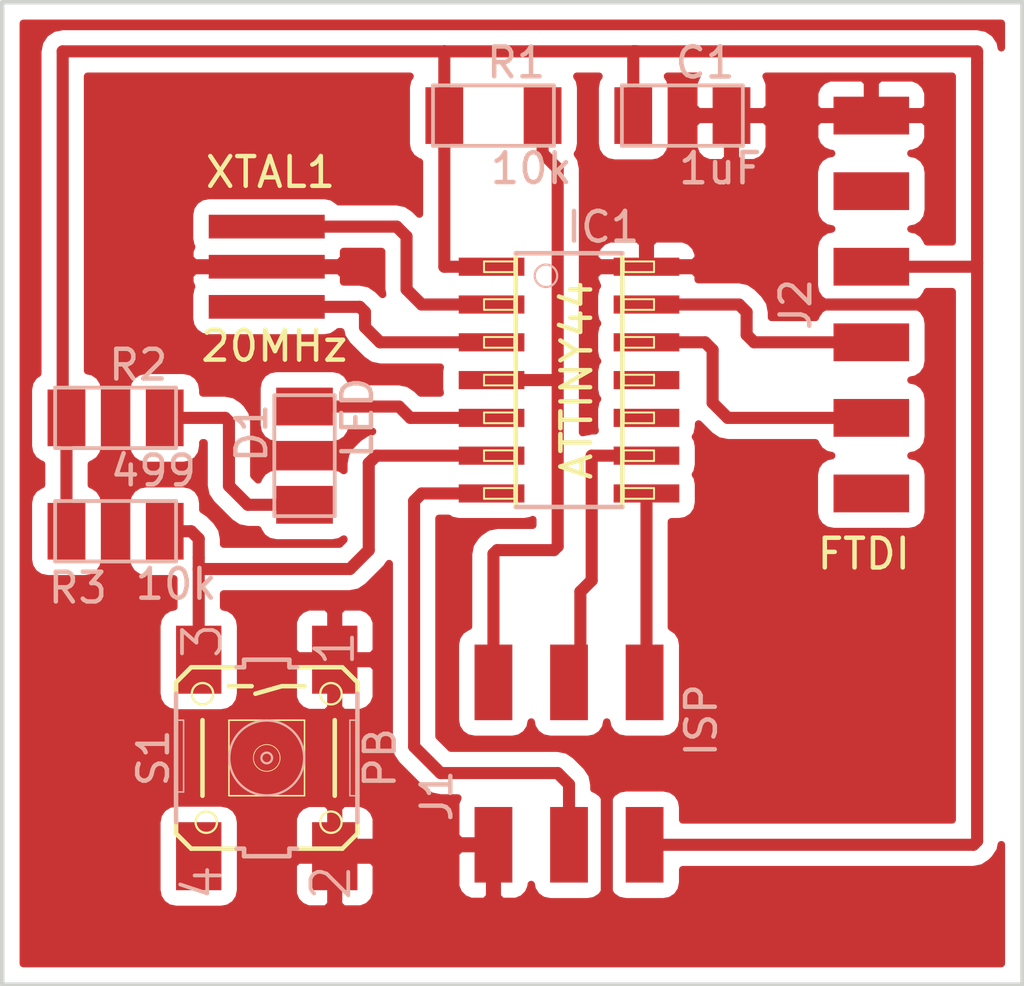
<source format=kicad_pcb>
(kicad_pcb (version 4) (host pcbnew 4.0.2-stable)

  (general
    (links 26)
    (no_connects 1)
    (area 151.054999 93.904999 185.495001 127.075001)
    (thickness 1.6)
    (drawings 4)
    (tracks 110)
    (zones 0)
    (modules 10)
    (nets 18)
  )

  (page A4)
  (layers
    (0 F.Cu signal)
    (31 B.Cu signal)
    (32 B.Adhes user)
    (33 F.Adhes user)
    (34 B.Paste user)
    (35 F.Paste user)
    (36 B.SilkS user)
    (37 F.SilkS user)
    (38 B.Mask user)
    (39 F.Mask user)
    (40 Dwgs.User user)
    (41 Cmts.User user)
    (42 Eco1.User user)
    (43 Eco2.User user)
    (44 Edge.Cuts user)
    (45 Margin user)
    (46 B.CrtYd user)
    (47 F.CrtYd user)
    (48 B.Fab user)
    (49 F.Fab user)
  )

  (setup
    (last_trace_width 0.4064)
    (user_trace_width 0.2032)
    (user_trace_width 0.3048)
    (user_trace_width 0.4064)
    (trace_clearance 0.2)
    (zone_clearance 0.508)
    (zone_45_only no)
    (trace_min 0.2)
    (segment_width 0.2)
    (edge_width 0.15)
    (via_size 0.6)
    (via_drill 0.4)
    (via_min_size 0.4)
    (via_min_drill 0.3)
    (uvia_size 0.3)
    (uvia_drill 0.1)
    (uvias_allowed no)
    (uvia_min_size 0.2)
    (uvia_min_drill 0.1)
    (pcb_text_width 0.3)
    (pcb_text_size 1.5 1.5)
    (mod_edge_width 0.15)
    (mod_text_size 1 1)
    (mod_text_width 0.15)
    (pad_size 1.524 1.524)
    (pad_drill 0.762)
    (pad_to_mask_clearance 0.2)
    (aux_axis_origin 0 0)
    (grid_origin 151.13 127)
    (visible_elements 7FFFFFFF)
    (pcbplotparams
      (layerselection 0x01020_00000001)
      (usegerberextensions false)
      (excludeedgelayer true)
      (linewidth 0.100000)
      (plotframeref false)
      (viasonmask false)
      (mode 1)
      (useauxorigin false)
      (hpglpennumber 1)
      (hpglpenspeed 20)
      (hpglpendiameter 15)
      (hpglpenoverlay 2)
      (psnegative false)
      (psa4output false)
      (plotreference true)
      (plotvalue true)
      (plotinvisibletext false)
      (padsonsilk false)
      (subtractmaskfromsilk false)
      (outputformat 1)
      (mirror false)
      (drillshape 0)
      (scaleselection 1)
      (outputdirectory C:/Users/chewlk/Documents/kicad/))
  )

  (net 0 "")
  (net 1 VCC)
  (net 2 GND)
  (net 3 "Net-(D1-Pad1)")
  (net 4 /LED)
  (net 5 "Net-(IC1-Pad2)")
  (net 6 "Net-(IC1-Pad3)")
  (net 7 /RST)
  (net 8 /PB)
  (net 9 /MOSI)
  (net 10 /MISO)
  (net 11 /SCK)
  (net 12 "Net-(IC1-Pad10)")
  (net 13 "Net-(IC1-Pad11)")
  (net 14 "Net-(IC1-Pad12)")
  (net 15 "Net-(IC1-Pad13)")
  (net 16 "Net-(J2-Pad2)")
  (net 17 "Net-(J2-Pad6)")

  (net_class Default "This is the default net class."
    (clearance 0.2)
    (trace_width 0.25)
    (via_dia 0.6)
    (via_drill 0.4)
    (uvia_dia 0.3)
    (uvia_drill 0.1)
    (add_net /LED)
    (add_net /MISO)
    (add_net /MOSI)
    (add_net /PB)
    (add_net /RST)
    (add_net /SCK)
    (add_net GND)
    (add_net "Net-(D1-Pad1)")
    (add_net "Net-(IC1-Pad10)")
    (add_net "Net-(IC1-Pad11)")
    (add_net "Net-(IC1-Pad12)")
    (add_net "Net-(IC1-Pad13)")
    (add_net "Net-(IC1-Pad2)")
    (add_net "Net-(IC1-Pad3)")
    (add_net "Net-(J2-Pad2)")
    (add_net "Net-(J2-Pad6)")
    (add_net VCC)
  )

  (module fab:fab-C1206FAB (layer F.Cu) (tedit 200000) (tstamp 56DBA11E)
    (at 173.99 97.79)
    (path /56DAF7A6)
    (attr smd)
    (fp_text reference C1 (at 0.762 -1.778) (layer B.SilkS)
      (effects (font (size 1.016 1.016) (thickness 0.1524)))
    )
    (fp_text value 1uF (at 1.27 1.778) (layer B.SilkS)
      (effects (font (size 1.016 1.016) (thickness 0.1524)))
    )
    (fp_line (start -2.032 -1.016) (end 2.032 -1.016) (layer B.SilkS) (width 0.127))
    (fp_line (start 2.032 -1.016) (end 2.032 1.016) (layer B.SilkS) (width 0.127))
    (fp_line (start 2.032 1.016) (end -2.032 1.016) (layer B.SilkS) (width 0.127))
    (fp_line (start -2.032 1.016) (end -2.032 -1.016) (layer B.SilkS) (width 0.127))
    (pad 1 smd rect (at -1.651 0) (size 1.27 1.905) (layers F.Cu F.Paste F.Mask)
      (net 1 VCC))
    (pad 2 smd rect (at 1.651 0) (size 1.27 1.905) (layers F.Cu F.Paste F.Mask)
      (net 2 GND))
  )

  (module fab:fab-LED1206FAB (layer F.Cu) (tedit 200000) (tstamp 56DBA124)
    (at 161.29 109.22 90)
    (descr "LED1206 FAB STYLE (SMALLER PADS TO ALLOW TRACE BETWEEN)")
    (tags "LED1206 FAB STYLE (SMALLER PADS TO ALLOW TRACE BETWEEN)")
    (path /56DB68F2)
    (attr smd)
    (fp_text reference D1 (at 0.762 -1.778 90) (layer B.SilkS)
      (effects (font (size 1 1) (thickness 0.15)))
    )
    (fp_text value LED (at 1.27 1.778 90) (layer B.SilkS)
      (effects (font (size 1 1) (thickness 0.15)))
    )
    (fp_line (start -2.032 -1.016) (end 2.032 -1.016) (layer B.SilkS) (width 0.127))
    (fp_line (start 2.032 -1.016) (end 2.032 1.016) (layer B.SilkS) (width 0.127))
    (fp_line (start 2.032 1.016) (end -2.032 1.016) (layer B.SilkS) (width 0.127))
    (fp_line (start -2.032 1.016) (end -2.032 -1.016) (layer B.SilkS) (width 0.127))
    (pad 1 smd rect (at -1.651 0 90) (size 1.27 1.905) (layers F.Cu F.Paste F.Mask)
      (net 3 "Net-(D1-Pad1)"))
    (pad 2 smd rect (at 1.651 0 90) (size 1.27 1.905) (layers F.Cu F.Paste F.Mask)
      (net 4 /LED))
  )

  (module fab:fab-SOIC14 (layer F.Cu) (tedit 56DB93CA) (tstamp 56DBA136)
    (at 170.18 106.68 270)
    (descr "SMALL OUTLINE PACKAGE")
    (tags "SMALL OUTLINE PACKAGE")
    (path /56DAF4BC)
    (attr smd)
    (fp_text reference IC1 (at -5.1435 -1.143 360) (layer B.SilkS)
      (effects (font (size 1 1) (thickness 0.15)))
    )
    (fp_text value ATTINY44 (at 0 -0.254 270) (layer F.SilkS)
      (effects (font (size 1 1) (thickness 0.15)))
    )
    (fp_line (start -3.9878 -1.8415) (end -3.62966 -1.8415) (layer F.SilkS) (width 0.06604))
    (fp_line (start -3.62966 -1.8415) (end -3.62966 -2.8575) (layer F.SilkS) (width 0.06604))
    (fp_line (start -3.9878 -2.8575) (end -3.62966 -2.8575) (layer F.SilkS) (width 0.06604))
    (fp_line (start -3.9878 -1.8415) (end -3.9878 -2.8575) (layer F.SilkS) (width 0.06604))
    (fp_line (start -2.7178 -1.8415) (end -2.3622 -1.8415) (layer F.SilkS) (width 0.06604))
    (fp_line (start -2.3622 -1.8415) (end -2.3622 -2.8575) (layer F.SilkS) (width 0.06604))
    (fp_line (start -2.7178 -2.8575) (end -2.3622 -2.8575) (layer F.SilkS) (width 0.06604))
    (fp_line (start -2.7178 -1.8415) (end -2.7178 -2.8575) (layer F.SilkS) (width 0.06604))
    (fp_line (start -1.4478 -1.8415) (end -1.08966 -1.8415) (layer F.SilkS) (width 0.06604))
    (fp_line (start -1.08966 -1.8415) (end -1.08966 -2.8575) (layer F.SilkS) (width 0.06604))
    (fp_line (start -1.4478 -2.8575) (end -1.08966 -2.8575) (layer F.SilkS) (width 0.06604))
    (fp_line (start -1.4478 -1.8415) (end -1.4478 -2.8575) (layer F.SilkS) (width 0.06604))
    (fp_line (start -0.1778 -1.8415) (end 0.1778 -1.8415) (layer F.SilkS) (width 0.06604))
    (fp_line (start 0.1778 -1.8415) (end 0.1778 -2.8575) (layer F.SilkS) (width 0.06604))
    (fp_line (start -0.1778 -2.8575) (end 0.1778 -2.8575) (layer F.SilkS) (width 0.06604))
    (fp_line (start -0.1778 -1.8415) (end -0.1778 -2.8575) (layer F.SilkS) (width 0.06604))
    (fp_line (start 1.08966 -1.8415) (end 1.4478 -1.8415) (layer F.SilkS) (width 0.06604))
    (fp_line (start 1.4478 -1.8415) (end 1.4478 -2.8575) (layer F.SilkS) (width 0.06604))
    (fp_line (start 1.08966 -2.8575) (end 1.4478 -2.8575) (layer F.SilkS) (width 0.06604))
    (fp_line (start 1.08966 -1.8415) (end 1.08966 -2.8575) (layer F.SilkS) (width 0.06604))
    (fp_line (start 2.3622 -1.8415) (end 2.7178 -1.8415) (layer F.SilkS) (width 0.06604))
    (fp_line (start 2.7178 -1.8415) (end 2.7178 -2.8575) (layer F.SilkS) (width 0.06604))
    (fp_line (start 2.3622 -2.8575) (end 2.7178 -2.8575) (layer F.SilkS) (width 0.06604))
    (fp_line (start 2.3622 -1.8415) (end 2.3622 -2.8575) (layer F.SilkS) (width 0.06604))
    (fp_line (start 3.62966 -1.8415) (end 3.9878 -1.8415) (layer F.SilkS) (width 0.06604))
    (fp_line (start 3.9878 -1.8415) (end 3.9878 -2.8575) (layer F.SilkS) (width 0.06604))
    (fp_line (start 3.62966 -2.8575) (end 3.9878 -2.8575) (layer F.SilkS) (width 0.06604))
    (fp_line (start 3.62966 -1.8415) (end 3.62966 -2.8575) (layer F.SilkS) (width 0.06604))
    (fp_line (start 3.62966 2.8575) (end 3.9878 2.8575) (layer F.SilkS) (width 0.06604))
    (fp_line (start 3.9878 2.8575) (end 3.9878 1.8415) (layer F.SilkS) (width 0.06604))
    (fp_line (start 3.62966 1.8415) (end 3.9878 1.8415) (layer F.SilkS) (width 0.06604))
    (fp_line (start 3.62966 2.8575) (end 3.62966 1.8415) (layer F.SilkS) (width 0.06604))
    (fp_line (start 2.3622 2.8575) (end 2.7178 2.8575) (layer F.SilkS) (width 0.06604))
    (fp_line (start 2.7178 2.8575) (end 2.7178 1.8415) (layer F.SilkS) (width 0.06604))
    (fp_line (start 2.3622 1.8415) (end 2.7178 1.8415) (layer F.SilkS) (width 0.06604))
    (fp_line (start 2.3622 2.8575) (end 2.3622 1.8415) (layer F.SilkS) (width 0.06604))
    (fp_line (start 1.08966 2.8575) (end 1.4478 2.8575) (layer F.SilkS) (width 0.06604))
    (fp_line (start 1.4478 2.8575) (end 1.4478 1.8415) (layer F.SilkS) (width 0.06604))
    (fp_line (start 1.08966 1.8415) (end 1.4478 1.8415) (layer F.SilkS) (width 0.06604))
    (fp_line (start 1.08966 2.8575) (end 1.08966 1.8415) (layer F.SilkS) (width 0.06604))
    (fp_line (start -0.1778 2.8575) (end 0.1778 2.8575) (layer F.SilkS) (width 0.06604))
    (fp_line (start 0.1778 2.8575) (end 0.1778 1.8415) (layer F.SilkS) (width 0.06604))
    (fp_line (start -0.1778 1.8415) (end 0.1778 1.8415) (layer F.SilkS) (width 0.06604))
    (fp_line (start -0.1778 2.8575) (end -0.1778 1.8415) (layer F.SilkS) (width 0.06604))
    (fp_line (start -1.4478 2.8575) (end -1.08966 2.8575) (layer F.SilkS) (width 0.06604))
    (fp_line (start -1.08966 2.8575) (end -1.08966 1.8415) (layer F.SilkS) (width 0.06604))
    (fp_line (start -1.4478 1.8415) (end -1.08966 1.8415) (layer F.SilkS) (width 0.06604))
    (fp_line (start -1.4478 2.8575) (end -1.4478 1.8415) (layer F.SilkS) (width 0.06604))
    (fp_line (start -2.7178 2.8575) (end -2.3622 2.8575) (layer F.SilkS) (width 0.06604))
    (fp_line (start -2.3622 2.8575) (end -2.3622 1.8415) (layer F.SilkS) (width 0.06604))
    (fp_line (start -2.7178 1.8415) (end -2.3622 1.8415) (layer F.SilkS) (width 0.06604))
    (fp_line (start -2.7178 2.8575) (end -2.7178 1.8415) (layer F.SilkS) (width 0.06604))
    (fp_line (start -3.9878 2.8575) (end -3.62966 2.8575) (layer F.SilkS) (width 0.06604))
    (fp_line (start -3.62966 2.8575) (end -3.62966 1.8415) (layer F.SilkS) (width 0.06604))
    (fp_line (start -3.9878 1.8415) (end -3.62966 1.8415) (layer F.SilkS) (width 0.06604))
    (fp_line (start -3.9878 2.8575) (end -3.9878 1.8415) (layer F.SilkS) (width 0.06604))
    (fp_line (start -4.26466 1.7907) (end 4.26466 1.7907) (layer F.SilkS) (width 0.1524))
    (fp_line (start 4.26466 1.7907) (end 4.26466 -1.7907) (layer B.SilkS) (width 0.1524))
    (fp_line (start 4.26466 -1.7907) (end -4.26466 -1.7907) (layer F.SilkS) (width 0.1524))
    (fp_line (start -4.26466 -1.7907) (end -4.26466 1.7907) (layer B.SilkS) (width 0.1524))
    (fp_circle (center -3.5052 0.7747) (end -3.7719 1.0414) (layer B.SilkS) (width 0.0762))
    (pad 1 smd rect (at -3.81 2.6035 270) (size 0.6096 2.20726) (layers F.Cu F.Paste F.Mask)
      (net 1 VCC))
    (pad 2 smd rect (at -2.54 2.6035 270) (size 0.6096 2.20726) (layers F.Cu F.Paste F.Mask)
      (net 5 "Net-(IC1-Pad2)"))
    (pad 3 smd rect (at -1.27 2.6035 270) (size 0.6096 2.20726) (layers F.Cu F.Paste F.Mask)
      (net 6 "Net-(IC1-Pad3)"))
    (pad 4 smd rect (at 0 2.6035 270) (size 0.6096 2.20726) (layers F.Cu F.Paste F.Mask)
      (net 7 /RST))
    (pad 5 smd rect (at 1.27 2.6035 270) (size 0.6096 2.20726) (layers F.Cu F.Paste F.Mask)
      (net 4 /LED))
    (pad 6 smd rect (at 2.54 2.6035 270) (size 0.6096 2.20726) (layers F.Cu F.Paste F.Mask)
      (net 8 /PB))
    (pad 7 smd rect (at 3.81 2.6035 270) (size 0.6096 2.20726) (layers F.Cu F.Paste F.Mask)
      (net 9 /MOSI))
    (pad 8 smd rect (at 3.81 -2.6035 270) (size 0.6096 2.20726) (layers F.Cu F.Paste F.Mask)
      (net 10 /MISO))
    (pad 9 smd rect (at 2.54 -2.6035 270) (size 0.6096 2.20726) (layers F.Cu F.Paste F.Mask)
      (net 11 /SCK))
    (pad 10 smd rect (at 1.27 -2.6035 270) (size 0.6096 2.20726) (layers F.Cu F.Paste F.Mask)
      (net 12 "Net-(IC1-Pad10)"))
    (pad 11 smd rect (at 0 -2.6035 270) (size 0.6096 2.20726) (layers F.Cu F.Paste F.Mask)
      (net 13 "Net-(IC1-Pad11)"))
    (pad 12 smd rect (at -1.27 -2.6035 270) (size 0.6096 2.20726) (layers F.Cu F.Paste F.Mask)
      (net 14 "Net-(IC1-Pad12)"))
    (pad 13 smd rect (at -2.54 -2.6035 270) (size 0.6096 2.20726) (layers F.Cu F.Paste F.Mask)
      (net 15 "Net-(IC1-Pad13)"))
    (pad 14 smd rect (at -3.81 -2.6035 270) (size 0.6096 2.20726) (layers F.Cu F.Paste F.Mask)
      (net 2 GND))
  )

  (module fab:fab-2X03SMD (layer F.Cu) (tedit 56DB9325) (tstamp 56DBA140)
    (at 170.18 119.38 270)
    (path /56DAF595)
    (attr smd)
    (fp_text reference J1 (at 1.27 4.445 270) (layer B.SilkS)
      (effects (font (size 1 1) (thickness 0.15)))
    )
    (fp_text value ISP (at -1.27 -4.445 270) (layer B.SilkS)
      (effects (font (size 1 1) (thickness 0.15)))
    )
    (pad 1 smd rect (at -2.54 -2.54 270) (size 2.54 1.27) (layers F.Cu F.Paste F.Mask)
      (net 10 /MISO))
    (pad 2 smd rect (at 2.91846 -2.54 270) (size 2.54 1.27) (layers F.Cu F.Paste F.Mask)
      (net 1 VCC))
    (pad 3 smd rect (at -2.54 0 270) (size 2.54 1.27) (layers F.Cu F.Paste F.Mask)
      (net 11 /SCK))
    (pad 4 smd rect (at 2.91846 0 270) (size 2.54 1.27) (layers F.Cu F.Paste F.Mask)
      (net 9 /MOSI))
    (pad 5 smd rect (at -2.54 2.54 270) (size 2.54 1.27) (layers F.Cu F.Paste F.Mask)
      (net 7 /RST))
    (pad 6 smd rect (at 2.91846 2.54 270) (size 2.54 1.27) (layers F.Cu F.Paste F.Mask)
      (net 2 GND))
  )

  (module fab:fab-1X06SMD (layer F.Cu) (tedit 56DB93F9) (tstamp 56DBA14A)
    (at 180.34 104.14)
    (path /56DAF61A)
    (attr smd)
    (fp_text reference J2 (at -2.54 0 90) (layer B.SilkS)
      (effects (font (size 1 1) (thickness 0.15)))
    )
    (fp_text value FTDI (at -0.254 8.382) (layer F.SilkS)
      (effects (font (size 1 1) (thickness 0.15)))
    )
    (pad 1 smd rect (at 0 -6.35) (size 2.54 1.27) (layers F.Cu F.Paste F.Mask)
      (net 2 GND))
    (pad 2 smd rect (at 0 -3.81) (size 2.54 1.27) (layers F.Cu F.Paste F.Mask)
      (net 16 "Net-(J2-Pad2)"))
    (pad 3 smd rect (at 0 -1.27) (size 2.54 1.27) (layers F.Cu F.Paste F.Mask)
      (net 1 VCC))
    (pad 4 smd rect (at 0 1.27) (size 2.54 1.27) (layers F.Cu F.Paste F.Mask)
      (net 15 "Net-(IC1-Pad13)"))
    (pad 5 smd rect (at 0 3.81) (size 2.54 1.27) (layers F.Cu F.Paste F.Mask)
      (net 14 "Net-(IC1-Pad12)"))
    (pad 6 smd rect (at 0 6.35) (size 2.54 1.27) (layers F.Cu F.Paste F.Mask)
      (net 17 "Net-(J2-Pad6)"))
  )

  (module fab:fab-R1206FAB (layer F.Cu) (tedit 200000) (tstamp 56DBA150)
    (at 167.64 97.79)
    (path /56DAF644)
    (attr smd)
    (fp_text reference R1 (at 0.762 -1.778) (layer B.SilkS)
      (effects (font (size 1 1) (thickness 0.15)))
    )
    (fp_text value 10k (at 1.27 1.778) (layer B.SilkS)
      (effects (font (size 1 1) (thickness 0.15)))
    )
    (fp_line (start -2.032 -1.016) (end 2.032 -1.016) (layer B.SilkS) (width 0.127))
    (fp_line (start 2.032 -1.016) (end 2.032 1.016) (layer B.SilkS) (width 0.127))
    (fp_line (start 2.032 1.016) (end -2.032 1.016) (layer B.SilkS) (width 0.127))
    (fp_line (start -2.032 1.016) (end -2.032 -1.016) (layer B.SilkS) (width 0.127))
    (pad 1 smd rect (at -1.651 0) (size 1.27 1.905) (layers F.Cu F.Paste F.Mask)
      (net 1 VCC))
    (pad 2 smd rect (at 1.651 0) (size 1.27 1.905) (layers F.Cu F.Paste F.Mask)
      (net 7 /RST))
  )

  (module fab:fab-R1206FAB (layer F.Cu) (tedit 200000) (tstamp 56DBA156)
    (at 154.94 107.95)
    (path /56DB683D)
    (attr smd)
    (fp_text reference R2 (at 0.762 -1.778) (layer B.SilkS)
      (effects (font (size 1 1) (thickness 0.15)))
    )
    (fp_text value 499 (at 1.27 1.778) (layer B.SilkS)
      (effects (font (size 1 1) (thickness 0.15)))
    )
    (fp_line (start -2.032 -1.016) (end 2.032 -1.016) (layer B.SilkS) (width 0.127))
    (fp_line (start 2.032 -1.016) (end 2.032 1.016) (layer B.SilkS) (width 0.127))
    (fp_line (start 2.032 1.016) (end -2.032 1.016) (layer B.SilkS) (width 0.127))
    (fp_line (start -2.032 1.016) (end -2.032 -1.016) (layer B.SilkS) (width 0.127))
    (pad 1 smd rect (at -1.651 0) (size 1.27 1.905) (layers F.Cu F.Paste F.Mask)
      (net 1 VCC))
    (pad 2 smd rect (at 1.651 0) (size 1.27 1.905) (layers F.Cu F.Paste F.Mask)
      (net 3 "Net-(D1-Pad1)"))
  )

  (module fab:fab-R1206FAB (layer F.Cu) (tedit 56DB935A) (tstamp 56DBA15C)
    (at 154.94 111.76)
    (path /56DB6C03)
    (attr smd)
    (fp_text reference R3 (at -1.27 1.905) (layer B.SilkS)
      (effects (font (size 1 1) (thickness 0.15)))
    )
    (fp_text value 10k (at 2.032 1.778) (layer B.SilkS)
      (effects (font (size 1 1) (thickness 0.15)))
    )
    (fp_line (start -2.032 -1.016) (end 2.032 -1.016) (layer B.SilkS) (width 0.127))
    (fp_line (start 2.032 -1.016) (end 2.032 1.016) (layer B.SilkS) (width 0.127))
    (fp_line (start 2.032 1.016) (end -2.032 1.016) (layer B.SilkS) (width 0.127))
    (fp_line (start -2.032 1.016) (end -2.032 -1.016) (layer B.SilkS) (width 0.127))
    (pad 1 smd rect (at -1.651 0) (size 1.27 1.905) (layers F.Cu F.Paste F.Mask)
      (net 1 VCC))
    (pad 2 smd rect (at 1.651 0) (size 1.27 1.905) (layers F.Cu F.Paste F.Mask)
      (net 8 /PB))
  )

  (module fab:fab-6MM_SWITCH (layer F.Cu) (tedit 56DB9308) (tstamp 56DBA164)
    (at 160.02 119.38 270)
    (descr "OMRON SWITCH")
    (tags "OMRON SWITCH")
    (path /56DB6C94)
    (attr smd)
    (fp_text reference S1 (at 0 3.81 270) (layer B.SilkS)
      (effects (font (size 1 1) (thickness 0.15)))
    )
    (fp_text value PB (at 0 -3.81 270) (layer B.SilkS)
      (effects (font (size 1 1) (thickness 0.15)))
    )
    (fp_line (start 3.302 0.762) (end 3.048 0.762) (layer B.SilkS) (width 0.1524))
    (fp_line (start 3.302 0.762) (end 3.302 -0.762) (layer B.SilkS) (width 0.1524))
    (fp_line (start 3.048 -0.762) (end 3.302 -0.762) (layer B.SilkS) (width 0.1524))
    (fp_line (start 3.048 -1.016) (end 3.048 -2.54) (layer F.SilkS) (width 0.1524))
    (fp_line (start -3.302 -0.762) (end -3.048 -0.762) (layer B.SilkS) (width 0.1524))
    (fp_line (start -3.302 -0.762) (end -3.302 0.762) (layer B.SilkS) (width 0.1524))
    (fp_line (start -3.048 0.762) (end -3.302 0.762) (layer B.SilkS) (width 0.1524))
    (fp_line (start 3.048 -2.54) (end 2.54 -3.048) (layer F.SilkS) (width 0.1524))
    (fp_line (start 2.54 3.048) (end 3.048 2.54) (layer F.SilkS) (width 0.1524))
    (fp_line (start 3.048 2.54) (end 3.048 1.016) (layer F.SilkS) (width 0.1524))
    (fp_line (start -2.54 -3.048) (end -3.048 -2.54) (layer F.SilkS) (width 0.1524))
    (fp_line (start -3.048 -2.54) (end -3.048 -1.016) (layer F.SilkS) (width 0.1524))
    (fp_line (start -2.54 3.048) (end -3.048 2.54) (layer F.SilkS) (width 0.1524))
    (fp_line (start -3.048 2.54) (end -3.048 1.016) (layer F.SilkS) (width 0.1524))
    (fp_line (start -1.27 -1.27) (end -1.27 1.27) (layer F.SilkS) (width 0.0508))
    (fp_line (start 1.27 1.27) (end -1.27 1.27) (layer F.SilkS) (width 0.0508))
    (fp_line (start 1.27 1.27) (end 1.27 -1.27) (layer F.SilkS) (width 0.0508))
    (fp_line (start -1.27 -1.27) (end 1.27 -1.27) (layer F.SilkS) (width 0.0508))
    (fp_line (start -1.27 -3.048) (end -1.27 -2.794) (layer B.SilkS) (width 0.0508))
    (fp_line (start 1.27 -2.794) (end -1.27 -2.794) (layer B.SilkS) (width 0.0508))
    (fp_line (start 1.27 -2.794) (end 1.27 -3.048) (layer B.SilkS) (width 0.0508))
    (fp_line (start 1.143 2.794) (end -1.27 2.794) (layer B.SilkS) (width 0.0508))
    (fp_line (start 1.143 2.794) (end 1.143 3.048) (layer B.SilkS) (width 0.0508))
    (fp_line (start -1.27 2.794) (end -1.27 3.048) (layer B.SilkS) (width 0.0508))
    (fp_line (start 2.54 3.048) (end 2.159 3.048) (layer F.SilkS) (width 0.1524))
    (fp_line (start -2.54 3.048) (end -2.159 3.048) (layer F.SilkS) (width 0.1524))
    (fp_line (start -2.159 3.048) (end -1.27 3.048) (layer B.SilkS) (width 0.1524))
    (fp_line (start -2.54 -3.048) (end -2.159 -3.048) (layer F.SilkS) (width 0.1524))
    (fp_line (start 2.54 -3.048) (end 2.159 -3.048) (layer F.SilkS) (width 0.1524))
    (fp_line (start 2.159 -3.048) (end 1.27 -3.048) (layer B.SilkS) (width 0.1524))
    (fp_line (start 1.27 -3.048) (end -1.27 -3.048) (layer B.SilkS) (width 0.1524))
    (fp_line (start -1.27 -3.048) (end -2.159 -3.048) (layer B.SilkS) (width 0.1524))
    (fp_line (start -1.27 3.048) (end 1.143 3.048) (layer B.SilkS) (width 0.1524))
    (fp_line (start 1.143 3.048) (end 2.159 3.048) (layer B.SilkS) (width 0.1524))
    (fp_line (start 3.048 0.762) (end 3.048 1.016) (layer B.SilkS) (width 0.1524))
    (fp_line (start 3.048 -0.762) (end 3.048 -1.016) (layer B.SilkS) (width 0.1524))
    (fp_line (start -3.048 0.762) (end -3.048 1.016) (layer B.SilkS) (width 0.1524))
    (fp_line (start -3.048 -0.762) (end -3.048 -1.016) (layer B.SilkS) (width 0.1524))
    (fp_line (start -1.27 2.159) (end 1.27 2.159) (layer F.SilkS) (width 0.1524))
    (fp_line (start 1.27 -2.286) (end -1.27 -2.286) (layer F.SilkS) (width 0.1524))
    (fp_line (start -2.413 -1.27) (end -2.413 -0.508) (layer F.SilkS) (width 0.1524))
    (fp_line (start -2.413 0.508) (end -2.413 1.27) (layer F.SilkS) (width 0.1524))
    (fp_line (start -2.413 -0.508) (end -2.159 0.381) (layer F.SilkS) (width 0.1524))
    (fp_circle (center 0 0) (end -0.889 0.889) (layer B.SilkS) (width 0.0762))
    (fp_circle (center -2.159 2.159) (end -2.413 2.413) (layer F.SilkS) (width 0.0762))
    (fp_circle (center 2.159 2.032) (end 2.413 2.286) (layer F.SilkS) (width 0.0762))
    (fp_circle (center 2.159 -2.159) (end 2.413 -2.413) (layer F.SilkS) (width 0.0762))
    (fp_circle (center -2.159 -2.159) (end -2.413 -2.413) (layer F.SilkS) (width 0.0762))
    (fp_circle (center 0 0) (end -0.3175 0.3175) (layer F.SilkS) (width 0.0254))
    (fp_circle (center 0 0) (end -0.127 0.127) (layer B.SilkS) (width 0.0762))
    (fp_text user 1 (at -3.683 -2.286 270) (layer B.SilkS)
      (effects (font (size 1.27 1.27) (thickness 0.127)))
    )
    (fp_text user 2 (at 4.191 -2.159 270) (layer B.SilkS)
      (effects (font (size 1.27 1.27) (thickness 0.127)))
    )
    (fp_text user 3 (at -3.937 2.159 270) (layer B.SilkS)
      (effects (font (size 1.27 1.27) (thickness 0.127)))
    )
    (fp_text user 4 (at 4.191 2.159 270) (layer B.SilkS)
      (effects (font (size 1.27 1.27) (thickness 0.127)))
    )
    (pad 1 smd rect (at -3.302 -2.286 270) (size 2.286 1.524) (layers F.Cu F.Paste F.Mask)
      (net 2 GND))
    (pad 2 smd rect (at 3.302 -2.286 270) (size 2.286 1.524) (layers F.Cu F.Paste F.Mask)
      (net 2 GND))
    (pad 3 smd rect (at -3.302 2.286 270) (size 2.286 1.524) (layers F.Cu F.Paste F.Mask)
      (net 8 /PB))
    (pad 4 smd rect (at 3.302 2.286 270) (size 2.286 1.524) (layers F.Cu F.Paste F.Mask)
      (net 8 /PB))
  )

  (module fab:fab-EFOBM (layer F.Cu) (tedit 56DB8FDB) (tstamp 56DBA16B)
    (at 160.02 102.87 270)
    (path /56DB541E)
    (attr smd)
    (fp_text reference XTAL1 (at -3.175 -0.127 360) (layer F.SilkS)
      (effects (font (size 1 1) (thickness 0.15)))
    )
    (fp_text value 20MHz (at 2.667 -0.254 360) (layer F.SilkS)
      (effects (font (size 1 1) (thickness 0.15)))
    )
    (pad 1 smd rect (at -1.34874 0) (size 3.8989 0.79756) (layers F.Cu F.Paste F.Mask)
      (net 5 "Net-(IC1-Pad2)"))
    (pad 2 smd rect (at 0 0 180) (size 3.8989 0.79756) (layers F.Cu F.Paste F.Mask)
      (net 2 GND))
    (pad 3 smd rect (at 1.34874 0 180) (size 3.8989 0.79756) (layers F.Cu F.Paste F.Mask)
      (net 6 "Net-(IC1-Pad3)"))
  )

  (gr_line (start 151.13 93.98) (end 151.13 127) (angle 90) (layer Edge.Cuts) (width 0.15))
  (gr_line (start 185.42 93.98) (end 151.13 93.98) (angle 90) (layer Edge.Cuts) (width 0.15))
  (gr_line (start 185.42 127) (end 185.42 93.98) (angle 90) (layer Edge.Cuts) (width 0.15))
  (gr_line (start 151.13 127) (end 185.42 127) (angle 90) (layer Edge.Cuts) (width 0.15))

  (segment (start 153.162 107.823) (end 153.162 95.631) (width 0.4064) (layer F.Cu) (net 1))
  (segment (start 153.162 95.631) (end 165.989 95.631) (width 0.4064) (layer F.Cu) (net 1) (tstamp 56DBA5F4))
  (segment (start 153.162 107.823) (end 153.289 107.95) (width 0.4064) (layer F.Cu) (net 1) (tstamp 56DBA634))
  (segment (start 165.989 97.79) (end 165.989 102.87) (width 0.4064) (layer F.Cu) (net 1))
  (segment (start 165.989 102.87) (end 167.5765 102.87) (width 0.4064) (layer F.Cu) (net 1) (tstamp 56DBA5F6))
  (segment (start 165.989 97.79) (end 165.989 95.631) (width 0.4064) (layer F.Cu) (net 1))
  (segment (start 165.989 95.631) (end 165.989 95.758) (width 0.4064) (layer F.Cu) (net 1) (tstamp 56DBA5F1))
  (segment (start 165.989 95.758) (end 165.989 95.631) (width 0.4064) (layer F.Cu) (net 1) (tstamp 56DBA5F3))
  (segment (start 172.339 97.79) (end 172.339 95.631) (width 0.4064) (layer F.Cu) (net 1))
  (segment (start 172.339 95.631) (end 172.466 95.631) (width 0.4064) (layer F.Cu) (net 1) (tstamp 56DBA5EB))
  (segment (start 172.466 95.631) (end 172.339 95.631) (width 0.4064) (layer F.Cu) (net 1) (tstamp 56DBA5EC))
  (segment (start 172.72 122.29846) (end 183.77154 122.29846) (width 0.4064) (layer F.Cu) (net 1))
  (segment (start 183.896 122.174) (end 183.896 102.743) (width 0.4064) (layer F.Cu) (net 1) (tstamp 56DBA511))
  (segment (start 183.77154 122.29846) (end 183.896 122.174) (width 0.4064) (layer F.Cu) (net 1) (tstamp 56DBA510))
  (segment (start 180.34 102.87) (end 183.769 102.87) (width 0.4064) (layer F.Cu) (net 1))
  (segment (start 183.769 102.87) (end 183.896 102.743) (width 0.4064) (layer F.Cu) (net 1) (tstamp 56DBA4E2))
  (segment (start 183.896 102.743) (end 183.896 96.012) (width 0.4064) (layer F.Cu) (net 1) (tstamp 56DBA4E3))
  (segment (start 183.896 96.012) (end 183.896 95.631) (width 0.4064) (layer F.Cu) (net 1) (tstamp 56DBA4E4))
  (segment (start 183.896 95.631) (end 172.339 95.631) (width 0.4064) (layer F.Cu) (net 1) (tstamp 56DBA4E5))
  (segment (start 172.339 95.631) (end 165.989 95.631) (width 0.4064) (layer F.Cu) (net 1) (tstamp 56DBA5EF))
  (segment (start 153.289 107.95) (end 153.289 111.76) (width 0.4064) (layer F.Cu) (net 1) (tstamp 56DBA4E8))
  (segment (start 161.925 125.095) (end 162.687 125.095) (width 0.4064) (layer F.Cu) (net 2))
  (segment (start 171.45 125.095) (end 162.687 125.095) (width 0.4064) (layer F.Cu) (net 2))
  (segment (start 177.165 102.87) (end 177.419 103.124) (width 0.4064) (layer F.Cu) (net 2) (tstamp 56DBA5B3))
  (segment (start 177.419 103.124) (end 177.419 103.759) (width 0.4064) (layer F.Cu) (net 2) (tstamp 56DBA5B4))
  (segment (start 177.419 103.759) (end 177.8 104.14) (width 0.4064) (layer F.Cu) (net 2) (tstamp 56DBA5B5))
  (segment (start 177.8 104.14) (end 182.626 104.14) (width 0.4064) (layer F.Cu) (net 2) (tstamp 56DBA5B6))
  (segment (start 182.626 104.14) (end 182.88 104.394) (width 0.4064) (layer F.Cu) (net 2) (tstamp 56DBA5B7))
  (segment (start 182.88 104.394) (end 182.88 119.634) (width 0.4064) (layer F.Cu) (net 2) (tstamp 56DBA5B8))
  (segment (start 182.88 119.634) (end 182.626 119.888) (width 0.4064) (layer F.Cu) (net 2) (tstamp 56DBA5B9))
  (segment (start 182.626 119.888) (end 171.704 119.888) (width 0.4064) (layer F.Cu) (net 2) (tstamp 56DBA5BA))
  (segment (start 171.704 119.888) (end 171.45 120.142) (width 0.4064) (layer F.Cu) (net 2) (tstamp 56DBA5BB))
  (segment (start 171.45 120.142) (end 171.45 125.095) (width 0.4064) (layer F.Cu) (net 2) (tstamp 56DBA5BC))
  (segment (start 177.165 102.87) (end 172.7835 102.87) (width 0.4064) (layer F.Cu) (net 2))
  (segment (start 162.306 122.682) (end 162.306 125.095) (width 0.4064) (layer F.Cu) (net 2))
  (segment (start 154.94 124.968) (end 155.067 125.095) (width 0.4064) (layer F.Cu) (net 2) (tstamp 56DBA55A))
  (segment (start 154.94 103.505) (end 154.94 124.968) (width 0.4064) (layer F.Cu) (net 2) (tstamp 56DBA559))
  (segment (start 155.575 102.87) (end 154.94 103.505) (width 0.4064) (layer F.Cu) (net 2) (tstamp 56DBA558))
  (segment (start 155.575 102.87) (end 160.02 102.87) (width 0.4064) (layer F.Cu) (net 2))
  (segment (start 155.067 125.095) (end 161.925 125.095) (width 0.4064) (layer F.Cu) (net 2) (tstamp 56DBA55B))
  (segment (start 162.306 125.095) (end 161.925 125.095) (width 0.4064) (layer F.Cu) (net 2) (tstamp 56DBA5D7))
  (segment (start 172.7835 102.87) (end 175.514 102.87) (width 0.4064) (layer F.Cu) (net 2))
  (segment (start 175.514 102.87) (end 175.641 102.743) (width 0.4064) (layer F.Cu) (net 2) (tstamp 56DBA5A3))
  (segment (start 175.641 102.743) (end 175.641 97.79) (width 0.4064) (layer F.Cu) (net 2) (tstamp 56DBA5A4))
  (segment (start 180.34 97.79) (end 175.641 97.79) (width 0.4064) (layer F.Cu) (net 2))
  (segment (start 162.306 122.682) (end 162.306 116.078) (width 0.4064) (layer F.Cu) (net 2))
  (segment (start 167.64 122.29846) (end 162.68954 122.29846) (width 0.4064) (layer F.Cu) (net 2))
  (segment (start 162.68954 122.29846) (end 162.306 122.682) (width 0.4064) (layer F.Cu) (net 2) (tstamp 56DBA517))
  (segment (start 161.29 110.871) (end 159.385 110.871) (width 0.4064) (layer F.Cu) (net 3))
  (segment (start 158.623 107.95) (end 156.591 107.95) (width 0.4064) (layer F.Cu) (net 3) (tstamp 56DBA548))
  (segment (start 158.75 108.077) (end 158.623 107.95) (width 0.4064) (layer F.Cu) (net 3) (tstamp 56DBA547))
  (segment (start 158.75 110.236) (end 158.75 108.077) (width 0.4064) (layer F.Cu) (net 3) (tstamp 56DBA546))
  (segment (start 159.385 110.871) (end 158.75 110.236) (width 0.4064) (layer F.Cu) (net 3) (tstamp 56DBA545))
  (segment (start 167.5765 107.95) (end 164.846 107.95) (width 0.4064) (layer F.Cu) (net 4))
  (segment (start 164.465 107.569) (end 161.29 107.569) (width 0.4064) (layer F.Cu) (net 4) (tstamp 56DBA542))
  (segment (start 164.846 107.95) (end 164.465 107.569) (width 0.4064) (layer F.Cu) (net 4) (tstamp 56DBA541))
  (segment (start 167.5765 104.14) (end 165.227 104.14) (width 0.4064) (layer F.Cu) (net 5))
  (segment (start 164.38626 101.52126) (end 160.02 101.52126) (width 0.4064) (layer F.Cu) (net 5) (tstamp 56DBA54F))
  (segment (start 164.719 101.854) (end 164.38626 101.52126) (width 0.4064) (layer F.Cu) (net 5) (tstamp 56DBA54E))
  (segment (start 164.719 103.632) (end 164.719 101.854) (width 0.4064) (layer F.Cu) (net 5) (tstamp 56DBA54D))
  (segment (start 165.227 104.14) (end 164.719 103.632) (width 0.4064) (layer F.Cu) (net 5) (tstamp 56DBA54C))
  (segment (start 167.5765 105.41) (end 163.83 105.41) (width 0.4064) (layer F.Cu) (net 6))
  (segment (start 163.14674 104.21874) (end 160.02 104.21874) (width 0.4064) (layer F.Cu) (net 6) (tstamp 56DBA555))
  (segment (start 163.322 104.394) (end 163.14674 104.21874) (width 0.4064) (layer F.Cu) (net 6) (tstamp 56DBA554))
  (segment (start 163.322 104.902) (end 163.322 104.394) (width 0.4064) (layer F.Cu) (net 6) (tstamp 56DBA553))
  (segment (start 163.83 105.41) (end 163.322 104.902) (width 0.4064) (layer F.Cu) (net 6) (tstamp 56DBA552))
  (segment (start 169.799 106.553) (end 169.799 112.268) (width 0.4064) (layer F.Cu) (net 7))
  (segment (start 167.64 112.522) (end 167.64 116.84) (width 0.4064) (layer F.Cu) (net 7) (tstamp 56DBA60D))
  (segment (start 167.767 112.395) (end 167.64 112.522) (width 0.4064) (layer F.Cu) (net 7) (tstamp 56DBA60C))
  (segment (start 169.672 112.395) (end 167.767 112.395) (width 0.4064) (layer F.Cu) (net 7) (tstamp 56DBA60B))
  (segment (start 169.799 112.268) (end 169.672 112.395) (width 0.4064) (layer F.Cu) (net 7) (tstamp 56DBA60A))
  (segment (start 169.291 97.79) (end 169.291 99.06) (width 0.4064) (layer F.Cu) (net 7))
  (segment (start 169.672 106.68) (end 167.5765 106.68) (width 0.4064) (layer F.Cu) (net 7) (tstamp 56DBA5FC))
  (segment (start 169.799 106.553) (end 169.672 106.68) (width 0.4064) (layer F.Cu) (net 7) (tstamp 56DBA5FB))
  (segment (start 169.799 99.568) (end 169.799 106.553) (width 0.4064) (layer F.Cu) (net 7) (tstamp 56DBA5FA))
  (segment (start 169.291 99.06) (end 169.799 99.568) (width 0.4064) (layer F.Cu) (net 7) (tstamp 56DBA5F9))
  (segment (start 167.5765 109.22) (end 163.703 109.22) (width 0.4064) (layer F.Cu) (net 8))
  (segment (start 162.814 113.03) (end 157.734 113.03) (width 0.4064) (layer F.Cu) (net 8) (tstamp 56DBA59C))
  (segment (start 163.449 112.395) (end 162.814 113.03) (width 0.4064) (layer F.Cu) (net 8) (tstamp 56DBA59B))
  (segment (start 163.449 109.474) (end 163.449 112.395) (width 0.4064) (layer F.Cu) (net 8) (tstamp 56DBA59A))
  (segment (start 163.703 109.22) (end 163.449 109.474) (width 0.4064) (layer F.Cu) (net 8) (tstamp 56DBA599))
  (segment (start 157.734 116.078) (end 157.734 113.03) (width 0.4064) (layer F.Cu) (net 8))
  (segment (start 157.734 113.03) (end 157.734 112.649) (width 0.4064) (layer F.Cu) (net 8) (tstamp 56DBA59F))
  (segment (start 157.734 112.649) (end 157.734 112.014) (width 0.4064) (layer F.Cu) (net 8) (tstamp 56DBA53F))
  (segment (start 157.48 111.76) (end 156.591 111.76) (width 0.4064) (layer F.Cu) (net 8) (tstamp 56DBA536))
  (segment (start 157.734 112.014) (end 157.48 111.76) (width 0.4064) (layer F.Cu) (net 8) (tstamp 56DBA535))
  (segment (start 167.5765 110.49) (end 165.227 110.49) (width 0.4064) (layer F.Cu) (net 9))
  (segment (start 170.18 120.269) (end 170.18 122.29846) (width 0.4064) (layer F.Cu) (net 9) (tstamp 56DBA57A))
  (segment (start 169.799 119.888) (end 170.18 120.269) (width 0.4064) (layer F.Cu) (net 9) (tstamp 56DBA579))
  (segment (start 165.862 119.888) (end 169.799 119.888) (width 0.4064) (layer F.Cu) (net 9) (tstamp 56DBA578))
  (segment (start 164.973 118.999) (end 165.862 119.888) (width 0.4064) (layer F.Cu) (net 9) (tstamp 56DBA577))
  (segment (start 164.973 110.744) (end 164.973 118.999) (width 0.4064) (layer F.Cu) (net 9) (tstamp 56DBA576))
  (segment (start 165.227 110.49) (end 164.973 110.744) (width 0.4064) (layer F.Cu) (net 9) (tstamp 56DBA575))
  (segment (start 172.7835 110.49) (end 172.7835 116.7765) (width 0.4064) (layer F.Cu) (net 10))
  (segment (start 172.7835 116.7765) (end 172.72 116.84) (width 0.4064) (layer F.Cu) (net 10) (tstamp 56DBA514))
  (segment (start 172.7835 109.22) (end 170.942 109.22) (width 0.4064) (layer F.Cu) (net 11))
  (segment (start 170.561 113.792) (end 170.561 116.459) (width 0.4064) (layer F.Cu) (net 11) (tstamp 56DBA531))
  (segment (start 170.942 113.411) (end 170.561 113.792) (width 0.4064) (layer F.Cu) (net 11) (tstamp 56DBA530))
  (segment (start 170.942 109.22) (end 170.942 113.411) (width 0.4064) (layer F.Cu) (net 11) (tstamp 56DBA52F))
  (segment (start 170.561 116.459) (end 170.18 116.84) (width 0.4064) (layer F.Cu) (net 11) (tstamp 56DBA532))
  (segment (start 172.7835 105.41) (end 174.752 105.41) (width 0.4064) (layer F.Cu) (net 14))
  (segment (start 175.514 107.95) (end 180.34 107.95) (width 0.4064) (layer F.Cu) (net 14) (tstamp 56DBA5AA))
  (segment (start 175.006 107.442) (end 175.514 107.95) (width 0.4064) (layer F.Cu) (net 14) (tstamp 56DBA5A9))
  (segment (start 175.006 105.664) (end 175.006 107.442) (width 0.4064) (layer F.Cu) (net 14) (tstamp 56DBA5A8))
  (segment (start 174.752 105.41) (end 175.006 105.664) (width 0.4064) (layer F.Cu) (net 14) (tstamp 56DBA5A7))
  (segment (start 172.7835 104.14) (end 175.895 104.14) (width 0.4064) (layer F.Cu) (net 15))
  (segment (start 176.403 105.41) (end 180.34 105.41) (width 0.4064) (layer F.Cu) (net 15) (tstamp 56DBA5B0))
  (segment (start 176.149 105.156) (end 176.403 105.41) (width 0.4064) (layer F.Cu) (net 15) (tstamp 56DBA5AF))
  (segment (start 176.149 104.394) (end 176.149 105.156) (width 0.4064) (layer F.Cu) (net 15) (tstamp 56DBA5AE))
  (segment (start 175.895 104.14) (end 176.149 104.394) (width 0.4064) (layer F.Cu) (net 15) (tstamp 56DBA5AD))

  (zone (net 2) (net_name GND) (layer F.Cu) (tstamp 56DBA637) (hatch edge 0.508)
    (connect_pads (clearance 0.508))
    (min_thickness 0.254)
    (fill yes (arc_segments 16) (thermal_gap 0.508) (thermal_bridge_width 0.508))
    (polygon
      (pts
        (xy 151.511 94.488) (xy 151.511 126.619) (xy 185.039 126.492) (xy 185.166 94.488) (xy 151.511 94.361)
        (xy 151.511 94.488)
      )
    )
    (filled_polygon
      (pts
        (xy 184.71 95.509338) (xy 184.670396 95.310235) (xy 184.488697 95.038303) (xy 184.216765 94.856604) (xy 183.896 94.7928)
        (xy 153.162 94.7928) (xy 152.841235 94.856604) (xy 152.569303 95.038303) (xy 152.387604 95.310235) (xy 152.3238 95.631)
        (xy 152.3238 106.455394) (xy 152.202559 106.53341) (xy 152.057569 106.74561) (xy 152.00656 106.9975) (xy 152.00656 108.9025)
        (xy 152.050838 109.137817) (xy 152.18991 109.353941) (xy 152.40211 109.498931) (xy 152.4508 109.508791) (xy 152.4508 110.198295)
        (xy 152.418683 110.204338) (xy 152.202559 110.34341) (xy 152.057569 110.55561) (xy 152.00656 110.8075) (xy 152.00656 112.7125)
        (xy 152.050838 112.947817) (xy 152.18991 113.163941) (xy 152.40211 113.308931) (xy 152.654 113.35994) (xy 153.924 113.35994)
        (xy 154.159317 113.315662) (xy 154.375441 113.17659) (xy 154.520431 112.96439) (xy 154.57144 112.7125) (xy 154.57144 110.8075)
        (xy 154.527162 110.572183) (xy 154.38809 110.356059) (xy 154.17589 110.211069) (xy 154.1272 110.201209) (xy 154.1272 109.511705)
        (xy 154.159317 109.505662) (xy 154.375441 109.36659) (xy 154.520431 109.15439) (xy 154.57144 108.9025) (xy 154.57144 106.9975)
        (xy 154.527162 106.762183) (xy 154.38809 106.546059) (xy 154.17589 106.401069) (xy 154.0002 106.365491) (xy 154.0002 96.4692)
        (xy 164.837109 96.4692) (xy 164.757569 96.58561) (xy 164.70656 96.8375) (xy 164.70656 98.7425) (xy 164.750838 98.977817)
        (xy 164.88991 99.193941) (xy 165.10211 99.338931) (xy 165.1508 99.348791) (xy 165.1508 101.100406) (xy 164.978957 100.928563)
        (xy 164.707026 100.746864) (xy 164.38626 100.68306) (xy 162.441275 100.68306) (xy 162.43354 100.671039) (xy 162.22134 100.526049)
        (xy 161.96945 100.47504) (xy 158.07055 100.47504) (xy 157.835233 100.519318) (xy 157.619109 100.65839) (xy 157.474119 100.87059)
        (xy 157.42311 101.12248) (xy 157.42311 101.92004) (xy 157.467388 102.155357) (xy 157.495786 102.199488) (xy 157.43555 102.34491)
        (xy 157.43555 102.58425) (xy 157.5943 102.743) (xy 159.893 102.743) (xy 159.893 102.723) (xy 160.147 102.723)
        (xy 160.147 102.743) (xy 162.4457 102.743) (xy 162.60445 102.58425) (xy 162.60445 102.35946) (xy 163.8808 102.35946)
        (xy 163.8808 103.632) (xy 163.914421 103.801027) (xy 163.739437 103.626043) (xy 163.467506 103.444344) (xy 163.14674 103.38054)
        (xy 162.60445 103.38054) (xy 162.60445 103.15575) (xy 162.4457 102.997) (xy 160.147 102.997) (xy 160.147 103.017)
        (xy 159.893 103.017) (xy 159.893 102.997) (xy 157.5943 102.997) (xy 157.43555 103.15575) (xy 157.43555 103.39509)
        (xy 157.494715 103.537927) (xy 157.474119 103.56807) (xy 157.42311 103.81996) (xy 157.42311 104.61752) (xy 157.467388 104.852837)
        (xy 157.60646 105.068961) (xy 157.81866 105.213951) (xy 158.07055 105.26496) (xy 161.96945 105.26496) (xy 162.204767 105.220682)
        (xy 162.420891 105.08161) (xy 162.437747 105.05694) (xy 162.514619 105.05694) (xy 162.547604 105.222766) (xy 162.729303 105.494697)
        (xy 163.237303 106.002697) (xy 163.509235 106.184396) (xy 163.83 106.2482) (xy 165.851148 106.2482) (xy 165.82543 106.3752)
        (xy 165.82543 106.9848) (xy 165.849327 107.1118) (xy 165.193194 107.1118) (xy 165.057697 106.976303) (xy 164.785766 106.794604)
        (xy 164.465 106.7308) (xy 162.851705 106.7308) (xy 162.845662 106.698683) (xy 162.70659 106.482559) (xy 162.49439 106.337569)
        (xy 162.2425 106.28656) (xy 160.3375 106.28656) (xy 160.102183 106.330838) (xy 159.886059 106.46991) (xy 159.741069 106.68211)
        (xy 159.69006 106.934) (xy 159.69006 108.204) (xy 159.734338 108.439317) (xy 159.87341 108.655441) (xy 160.08561 108.800431)
        (xy 160.3375 108.85144) (xy 162.2425 108.85144) (xy 162.477817 108.807162) (xy 162.693941 108.66809) (xy 162.838931 108.45589)
        (xy 162.848791 108.4072) (xy 163.575305 108.4072) (xy 163.382234 108.445604) (xy 163.110303 108.627303) (xy 162.856303 108.881303)
        (xy 162.674604 109.153234) (xy 162.658849 109.23244) (xy 162.6108 109.474) (xy 162.6108 109.719109) (xy 162.49439 109.639569)
        (xy 162.2425 109.58856) (xy 160.3375 109.58856) (xy 160.102183 109.632838) (xy 159.886059 109.77191) (xy 159.741069 109.98411)
        (xy 159.731375 110.031981) (xy 159.5882 109.888806) (xy 159.5882 108.077) (xy 159.550957 107.889765) (xy 159.524396 107.756234)
        (xy 159.342697 107.484303) (xy 159.215697 107.357303) (xy 158.943766 107.175604) (xy 158.623 107.1118) (xy 157.87344 107.1118)
        (xy 157.87344 106.9975) (xy 157.829162 106.762183) (xy 157.69009 106.546059) (xy 157.47789 106.401069) (xy 157.226 106.35006)
        (xy 155.956 106.35006) (xy 155.720683 106.394338) (xy 155.504559 106.53341) (xy 155.359569 106.74561) (xy 155.30856 106.9975)
        (xy 155.30856 108.9025) (xy 155.352838 109.137817) (xy 155.49191 109.353941) (xy 155.70411 109.498931) (xy 155.956 109.54994)
        (xy 157.226 109.54994) (xy 157.461317 109.505662) (xy 157.677441 109.36659) (xy 157.822431 109.15439) (xy 157.87344 108.9025)
        (xy 157.87344 108.7882) (xy 157.9118 108.7882) (xy 157.9118 110.236) (xy 157.975604 110.556766) (xy 158.157303 110.828697)
        (xy 158.792303 111.463697) (xy 159.064235 111.645396) (xy 159.385 111.7092) (xy 159.728295 111.7092) (xy 159.734338 111.741317)
        (xy 159.87341 111.957441) (xy 160.08561 112.102431) (xy 160.3375 112.15344) (xy 162.2425 112.15344) (xy 162.477817 112.109162)
        (xy 162.6108 112.02359) (xy 162.6108 112.047806) (xy 162.466806 112.1918) (xy 158.5722 112.1918) (xy 158.5722 112.014)
        (xy 158.555353 111.929303) (xy 158.508396 111.693234) (xy 158.326697 111.421303) (xy 158.072697 111.167303) (xy 157.87344 111.034163)
        (xy 157.87344 110.8075) (xy 157.829162 110.572183) (xy 157.69009 110.356059) (xy 157.47789 110.211069) (xy 157.226 110.16006)
        (xy 155.956 110.16006) (xy 155.720683 110.204338) (xy 155.504559 110.34341) (xy 155.359569 110.55561) (xy 155.30856 110.8075)
        (xy 155.30856 112.7125) (xy 155.352838 112.947817) (xy 155.49191 113.163941) (xy 155.70411 113.308931) (xy 155.956 113.35994)
        (xy 156.8958 113.35994) (xy 156.8958 114.301898) (xy 156.736683 114.331838) (xy 156.520559 114.47091) (xy 156.375569 114.68311)
        (xy 156.32456 114.935) (xy 156.32456 117.221) (xy 156.368838 117.456317) (xy 156.50791 117.672441) (xy 156.72011 117.817431)
        (xy 156.972 117.86844) (xy 158.496 117.86844) (xy 158.731317 117.824162) (xy 158.947441 117.68509) (xy 159.092431 117.47289)
        (xy 159.14344 117.221) (xy 159.14344 116.36375) (xy 160.909 116.36375) (xy 160.909 117.347309) (xy 161.005673 117.580698)
        (xy 161.184301 117.759327) (xy 161.41769 117.856) (xy 162.02025 117.856) (xy 162.179 117.69725) (xy 162.179 116.205)
        (xy 162.433 116.205) (xy 162.433 117.69725) (xy 162.59175 117.856) (xy 163.19431 117.856) (xy 163.427699 117.759327)
        (xy 163.606327 117.580698) (xy 163.703 117.347309) (xy 163.703 116.36375) (xy 163.54425 116.205) (xy 162.433 116.205)
        (xy 162.179 116.205) (xy 161.06775 116.205) (xy 160.909 116.36375) (xy 159.14344 116.36375) (xy 159.14344 114.935)
        (xy 159.119674 114.808691) (xy 160.909 114.808691) (xy 160.909 115.79225) (xy 161.06775 115.951) (xy 162.179 115.951)
        (xy 162.179 114.45875) (xy 162.433 114.45875) (xy 162.433 115.951) (xy 163.54425 115.951) (xy 163.703 115.79225)
        (xy 163.703 114.808691) (xy 163.606327 114.575302) (xy 163.427699 114.396673) (xy 163.19431 114.3) (xy 162.59175 114.3)
        (xy 162.433 114.45875) (xy 162.179 114.45875) (xy 162.02025 114.3) (xy 161.41769 114.3) (xy 161.184301 114.396673)
        (xy 161.005673 114.575302) (xy 160.909 114.808691) (xy 159.119674 114.808691) (xy 159.099162 114.699683) (xy 158.96009 114.483559)
        (xy 158.74789 114.338569) (xy 158.5722 114.302991) (xy 158.5722 113.8682) (xy 162.814 113.8682) (xy 163.134766 113.804396)
        (xy 163.406697 113.622697) (xy 164.041697 112.987697) (xy 164.1348 112.848358) (xy 164.1348 118.999) (xy 164.198604 119.319766)
        (xy 164.380303 119.591697) (xy 165.269303 120.480697) (xy 165.541235 120.662396) (xy 165.862 120.7262) (xy 166.442881 120.7262)
        (xy 166.37 120.902151) (xy 166.37 122.01271) (xy 166.52875 122.17146) (xy 167.513 122.17146) (xy 167.513 122.15146)
        (xy 167.767 122.15146) (xy 167.767 122.17146) (xy 167.787 122.17146) (xy 167.787 122.42546) (xy 167.767 122.42546)
        (xy 167.767 124.04471) (xy 167.92575 124.20346) (xy 168.40131 124.20346) (xy 168.634699 124.106787) (xy 168.813327 123.928158)
        (xy 168.91 123.694769) (xy 168.91 123.634573) (xy 168.941838 123.803777) (xy 169.08091 124.019901) (xy 169.29311 124.164891)
        (xy 169.545 124.2159) (xy 170.815 124.2159) (xy 171.050317 124.171622) (xy 171.266441 124.03255) (xy 171.411431 123.82035)
        (xy 171.449543 123.632146) (xy 171.481838 123.803777) (xy 171.62091 124.019901) (xy 171.83311 124.164891) (xy 172.085 124.2159)
        (xy 173.355 124.2159) (xy 173.590317 124.171622) (xy 173.806441 124.03255) (xy 173.951431 123.82035) (xy 174.00244 123.56846)
        (xy 174.00244 123.13666) (xy 183.77154 123.13666) (xy 184.092306 123.072856) (xy 184.364237 122.891157) (xy 184.488697 122.766697)
        (xy 184.670396 122.494766) (xy 184.71 122.295662) (xy 184.71 126.29) (xy 151.84 126.29) (xy 151.84 121.539)
        (xy 156.32456 121.539) (xy 156.32456 123.825) (xy 156.368838 124.060317) (xy 156.50791 124.276441) (xy 156.72011 124.421431)
        (xy 156.972 124.47244) (xy 158.496 124.47244) (xy 158.731317 124.428162) (xy 158.947441 124.28909) (xy 159.092431 124.07689)
        (xy 159.14344 123.825) (xy 159.14344 122.96775) (xy 160.909 122.96775) (xy 160.909 123.951309) (xy 161.005673 124.184698)
        (xy 161.184301 124.363327) (xy 161.41769 124.46) (xy 162.02025 124.46) (xy 162.179 124.30125) (xy 162.179 122.809)
        (xy 162.433 122.809) (xy 162.433 124.30125) (xy 162.59175 124.46) (xy 163.19431 124.46) (xy 163.427699 124.363327)
        (xy 163.606327 124.184698) (xy 163.703 123.951309) (xy 163.703 122.96775) (xy 163.54425 122.809) (xy 162.433 122.809)
        (xy 162.179 122.809) (xy 161.06775 122.809) (xy 160.909 122.96775) (xy 159.14344 122.96775) (xy 159.14344 122.58421)
        (xy 166.37 122.58421) (xy 166.37 123.694769) (xy 166.466673 123.928158) (xy 166.645301 124.106787) (xy 166.87869 124.20346)
        (xy 167.35425 124.20346) (xy 167.513 124.04471) (xy 167.513 122.42546) (xy 166.52875 122.42546) (xy 166.37 122.58421)
        (xy 159.14344 122.58421) (xy 159.14344 121.539) (xy 159.119674 121.412691) (xy 160.909 121.412691) (xy 160.909 122.39625)
        (xy 161.06775 122.555) (xy 162.179 122.555) (xy 162.179 121.06275) (xy 162.433 121.06275) (xy 162.433 122.555)
        (xy 163.54425 122.555) (xy 163.703 122.39625) (xy 163.703 121.412691) (xy 163.606327 121.179302) (xy 163.427699 121.000673)
        (xy 163.19431 120.904) (xy 162.59175 120.904) (xy 162.433 121.06275) (xy 162.179 121.06275) (xy 162.02025 120.904)
        (xy 161.41769 120.904) (xy 161.184301 121.000673) (xy 161.005673 121.179302) (xy 160.909 121.412691) (xy 159.119674 121.412691)
        (xy 159.099162 121.303683) (xy 158.96009 121.087559) (xy 158.74789 120.942569) (xy 158.496 120.89156) (xy 156.972 120.89156)
        (xy 156.736683 120.935838) (xy 156.520559 121.07491) (xy 156.375569 121.28711) (xy 156.32456 121.539) (xy 151.84 121.539)
        (xy 151.84 94.69) (xy 184.71 94.69)
      )
    )
    (filled_polygon
      (pts
        (xy 183.0578 121.46026) (xy 174.00244 121.46026) (xy 174.00244 121.02846) (xy 173.958162 120.793143) (xy 173.81909 120.577019)
        (xy 173.60689 120.432029) (xy 173.355 120.38102) (xy 172.085 120.38102) (xy 171.849683 120.425298) (xy 171.633559 120.56437)
        (xy 171.488569 120.77657) (xy 171.450457 120.964774) (xy 171.418162 120.793143) (xy 171.27909 120.577019) (xy 171.06689 120.432029)
        (xy 171.0182 120.422169) (xy 171.0182 120.269) (xy 170.954396 119.948235) (xy 170.954396 119.948234) (xy 170.772697 119.676303)
        (xy 170.391697 119.295303) (xy 170.119766 119.113604) (xy 169.799 119.0498) (xy 166.209194 119.0498) (xy 165.8112 118.651806)
        (xy 165.8112 111.3282) (xy 166.128731 111.3282) (xy 166.22098 111.391231) (xy 166.47287 111.44224) (xy 168.68013 111.44224)
        (xy 168.915447 111.397962) (xy 168.9608 111.368778) (xy 168.9608 111.5568) (xy 167.767 111.5568) (xy 167.446234 111.620604)
        (xy 167.174303 111.802303) (xy 167.047303 111.929303) (xy 166.865604 112.201234) (xy 166.840342 112.328235) (xy 166.8018 112.522)
        (xy 166.8018 114.960795) (xy 166.769683 114.966838) (xy 166.553559 115.10591) (xy 166.408569 115.31811) (xy 166.35756 115.57)
        (xy 166.35756 118.11) (xy 166.401838 118.345317) (xy 166.54091 118.561441) (xy 166.75311 118.706431) (xy 167.005 118.75744)
        (xy 168.275 118.75744) (xy 168.510317 118.713162) (xy 168.726441 118.57409) (xy 168.871431 118.36189) (xy 168.909543 118.173686)
        (xy 168.941838 118.345317) (xy 169.08091 118.561441) (xy 169.29311 118.706431) (xy 169.545 118.75744) (xy 170.815 118.75744)
        (xy 171.050317 118.713162) (xy 171.266441 118.57409) (xy 171.411431 118.36189) (xy 171.449543 118.173686) (xy 171.481838 118.345317)
        (xy 171.62091 118.561441) (xy 171.83311 118.706431) (xy 172.085 118.75744) (xy 173.355 118.75744) (xy 173.590317 118.713162)
        (xy 173.806441 118.57409) (xy 173.951431 118.36189) (xy 174.00244 118.11) (xy 174.00244 115.57) (xy 173.958162 115.334683)
        (xy 173.81909 115.118559) (xy 173.6217 114.983688) (xy 173.6217 111.44224) (xy 173.88713 111.44224) (xy 174.122447 111.397962)
        (xy 174.338571 111.25889) (xy 174.483561 111.04669) (xy 174.53457 110.7948) (xy 174.53457 110.1852) (xy 174.490292 109.949883)
        (xy 174.429633 109.855616) (xy 174.483561 109.77669) (xy 174.53457 109.5248) (xy 174.53457 108.9152) (xy 174.490292 108.679883)
        (xy 174.429633 108.585616) (xy 174.483561 108.50669) (xy 174.53457 108.2548) (xy 174.53457 108.155964) (xy 174.921303 108.542697)
        (xy 175.193235 108.724396) (xy 175.514 108.7882) (xy 178.460795 108.7882) (xy 178.466838 108.820317) (xy 178.60591 109.036441)
        (xy 178.81811 109.181431) (xy 179.006314 109.219543) (xy 178.834683 109.251838) (xy 178.618559 109.39091) (xy 178.473569 109.60311)
        (xy 178.42256 109.855) (xy 178.42256 111.125) (xy 178.466838 111.360317) (xy 178.60591 111.576441) (xy 178.81811 111.721431)
        (xy 179.07 111.77244) (xy 181.61 111.77244) (xy 181.845317 111.728162) (xy 182.061441 111.58909) (xy 182.206431 111.37689)
        (xy 182.25744 111.125) (xy 182.25744 109.855) (xy 182.213162 109.619683) (xy 182.07409 109.403559) (xy 181.86189 109.258569)
        (xy 181.673686 109.220457) (xy 181.845317 109.188162) (xy 182.061441 109.04909) (xy 182.206431 108.83689) (xy 182.25744 108.585)
        (xy 182.25744 107.315) (xy 182.213162 107.079683) (xy 182.07409 106.863559) (xy 181.86189 106.718569) (xy 181.673686 106.680457)
        (xy 181.845317 106.648162) (xy 182.061441 106.50909) (xy 182.206431 106.29689) (xy 182.25744 106.045) (xy 182.25744 104.775)
        (xy 182.213162 104.539683) (xy 182.07409 104.323559) (xy 181.86189 104.178569) (xy 181.673686 104.140457) (xy 181.845317 104.108162)
        (xy 182.061441 103.96909) (xy 182.206431 103.75689) (xy 182.216291 103.7082) (xy 183.0578 103.7082)
      )
    )
    (filled_polygon
      (pts
        (xy 171.107569 96.58561) (xy 171.05656 96.8375) (xy 171.05656 98.7425) (xy 171.100838 98.977817) (xy 171.23991 99.193941)
        (xy 171.45211 99.338931) (xy 171.704 99.38994) (xy 172.974 99.38994) (xy 173.209317 99.345662) (xy 173.425441 99.20659)
        (xy 173.570431 98.99439) (xy 173.62144 98.7425) (xy 173.62144 98.07575) (xy 174.371 98.07575) (xy 174.371 98.86881)
        (xy 174.467673 99.102199) (xy 174.646302 99.280827) (xy 174.879691 99.3775) (xy 175.35525 99.3775) (xy 175.514 99.21875)
        (xy 175.514 97.917) (xy 175.768 97.917) (xy 175.768 99.21875) (xy 175.92675 99.3775) (xy 176.402309 99.3775)
        (xy 176.635698 99.280827) (xy 176.814327 99.102199) (xy 176.911 98.86881) (xy 176.911 98.07575) (xy 176.75225 97.917)
        (xy 175.768 97.917) (xy 175.514 97.917) (xy 174.52975 97.917) (xy 174.371 98.07575) (xy 173.62144 98.07575)
        (xy 173.62144 96.8375) (xy 173.577162 96.602183) (xy 173.49159 96.4692) (xy 174.476274 96.4692) (xy 174.467673 96.477801)
        (xy 174.371 96.71119) (xy 174.371 97.50425) (xy 174.52975 97.663) (xy 175.514 97.663) (xy 175.514 97.643)
        (xy 175.768 97.643) (xy 175.768 97.663) (xy 176.75225 97.663) (xy 176.911 97.50425) (xy 176.911 97.02869)
        (xy 178.435 97.02869) (xy 178.435 97.50425) (xy 178.59375 97.663) (xy 180.213 97.663) (xy 180.213 96.67875)
        (xy 180.467 96.67875) (xy 180.467 97.663) (xy 182.08625 97.663) (xy 182.245 97.50425) (xy 182.245 97.02869)
        (xy 182.148327 96.795301) (xy 181.969698 96.616673) (xy 181.736309 96.52) (xy 180.62575 96.52) (xy 180.467 96.67875)
        (xy 180.213 96.67875) (xy 180.05425 96.52) (xy 178.943691 96.52) (xy 178.710302 96.616673) (xy 178.531673 96.795301)
        (xy 178.435 97.02869) (xy 176.911 97.02869) (xy 176.911 96.71119) (xy 176.814327 96.477801) (xy 176.805726 96.4692)
        (xy 183.0578 96.4692) (xy 183.0578 102.0318) (xy 182.219205 102.0318) (xy 182.213162 101.999683) (xy 182.07409 101.783559)
        (xy 181.86189 101.638569) (xy 181.673686 101.600457) (xy 181.845317 101.568162) (xy 182.061441 101.42909) (xy 182.206431 101.21689)
        (xy 182.25744 100.965) (xy 182.25744 99.695) (xy 182.213162 99.459683) (xy 182.07409 99.243559) (xy 181.86189 99.098569)
        (xy 181.671431 99.06) (xy 181.736309 99.06) (xy 181.969698 98.963327) (xy 182.148327 98.784699) (xy 182.245 98.55131)
        (xy 182.245 98.07575) (xy 182.08625 97.917) (xy 180.467 97.917) (xy 180.467 97.937) (xy 180.213 97.937)
        (xy 180.213 97.917) (xy 178.59375 97.917) (xy 178.435 98.07575) (xy 178.435 98.55131) (xy 178.531673 98.784699)
        (xy 178.710302 98.963327) (xy 178.943691 99.06) (xy 179.003887 99.06) (xy 178.834683 99.091838) (xy 178.618559 99.23091)
        (xy 178.473569 99.44311) (xy 178.42256 99.695) (xy 178.42256 100.965) (xy 178.466838 101.200317) (xy 178.60591 101.416441)
        (xy 178.81811 101.561431) (xy 179.006314 101.599543) (xy 178.834683 101.631838) (xy 178.618559 101.77091) (xy 178.473569 101.98311)
        (xy 178.42256 102.235) (xy 178.42256 103.505) (xy 178.466838 103.740317) (xy 178.60591 103.956441) (xy 178.81811 104.101431)
        (xy 179.006314 104.139543) (xy 178.834683 104.171838) (xy 178.618559 104.31091) (xy 178.473569 104.52311) (xy 178.463709 104.5718)
        (xy 176.9872 104.5718) (xy 176.9872 104.394) (xy 176.939151 104.15244) (xy 176.923396 104.073234) (xy 176.741697 103.801303)
        (xy 176.487697 103.547303) (xy 176.215766 103.365604) (xy 175.895 103.3018) (xy 174.521844 103.3018) (xy 174.52213 103.301109)
        (xy 174.52213 103.15575) (xy 174.36338 102.997) (xy 172.9105 102.997) (xy 172.9105 103.017) (xy 172.6565 103.017)
        (xy 172.6565 102.997) (xy 171.20362 102.997) (xy 171.04487 103.15575) (xy 171.04487 103.301109) (xy 171.132201 103.511944)
        (xy 171.083439 103.58331) (xy 171.03243 103.8352) (xy 171.03243 104.4448) (xy 171.076708 104.680117) (xy 171.137367 104.774384)
        (xy 171.083439 104.85331) (xy 171.03243 105.1052) (xy 171.03243 105.7148) (xy 171.076708 105.950117) (xy 171.137367 106.044384)
        (xy 171.083439 106.12331) (xy 171.03243 106.3752) (xy 171.03243 106.9848) (xy 171.076708 107.220117) (xy 171.137367 107.314384)
        (xy 171.083439 107.39331) (xy 171.03243 107.6452) (xy 171.03243 108.2548) (xy 171.056327 108.3818) (xy 170.942 108.3818)
        (xy 170.6372 108.442428) (xy 170.6372 102.438891) (xy 171.04487 102.438891) (xy 171.04487 102.58425) (xy 171.20362 102.743)
        (xy 172.6565 102.743) (xy 172.6565 102.08895) (xy 172.9105 102.08895) (xy 172.9105 102.743) (xy 174.36338 102.743)
        (xy 174.52213 102.58425) (xy 174.52213 102.438891) (xy 174.425457 102.205502) (xy 174.246829 102.026873) (xy 174.01344 101.9302)
        (xy 173.06925 101.9302) (xy 172.9105 102.08895) (xy 172.6565 102.08895) (xy 172.49775 101.9302) (xy 171.55356 101.9302)
        (xy 171.320171 102.026873) (xy 171.141543 102.205502) (xy 171.04487 102.438891) (xy 170.6372 102.438891) (xy 170.6372 99.568)
        (xy 170.573396 99.247235) (xy 170.462782 99.081689) (xy 170.522431 98.99439) (xy 170.57344 98.7425) (xy 170.57344 96.8375)
        (xy 170.529162 96.602183) (xy 170.44359 96.4692) (xy 171.187109 96.4692)
      )
    )
  )
)

</source>
